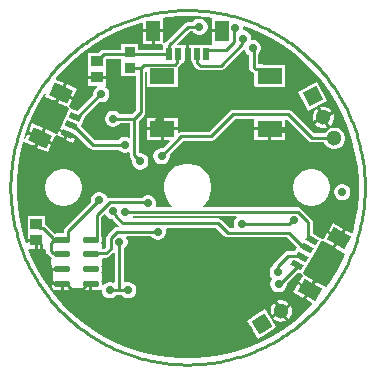
<source format=gtl>
G04*
G04 #@! TF.GenerationSoftware,Altium Limited,Altium Designer,22.0.2 (36)*
G04*
G04 Layer_Physical_Order=1*
G04 Layer_Color=255*
%FSLAX25Y25*%
%MOIN*%
G70*
G04*
G04 #@! TF.SameCoordinates,88A3576D-DDBD-4DCA-BD86-A28AD9FD0996*
G04*
G04*
G04 #@! TF.FilePolarity,Positive*
G04*
G01*
G75*
%ADD13C,0.01000*%
G04:AMPARAMS|DCode=28|XSize=51.58mil|YSize=20.87mil|CornerRadius=5.22mil|HoleSize=0mil|Usage=FLASHONLY|Rotation=0.000|XOffset=0mil|YOffset=0mil|HoleType=Round|Shape=RoundedRectangle|*
%AMROUNDEDRECTD28*
21,1,0.05158,0.01043,0,0,0.0*
21,1,0.04114,0.02087,0,0,0.0*
1,1,0.01043,0.02057,-0.00522*
1,1,0.01043,-0.02057,-0.00522*
1,1,0.01043,-0.02057,0.00522*
1,1,0.01043,0.02057,0.00522*
%
%ADD28ROUNDEDRECTD28*%
%ADD29R,0.03937X0.03543*%
G04:AMPARAMS|DCode=30|XSize=47.24mil|YSize=66.93mil|CornerRadius=0mil|HoleSize=0mil|Usage=FLASHONLY|Rotation=65.000|XOffset=0mil|YOffset=0mil|HoleType=Round|Shape=Rectangle|*
%AMROTATEDRECTD30*
4,1,4,0.02035,-0.03555,-0.04031,-0.00727,-0.02035,0.03555,0.04031,0.00727,0.02035,-0.03555,0.0*
%
%ADD30ROTATEDRECTD30*%

G04:AMPARAMS|DCode=31|XSize=19.68mil|YSize=39.37mil|CornerRadius=0mil|HoleSize=0mil|Usage=FLASHONLY|Rotation=245.000|XOffset=0mil|YOffset=0mil|HoleType=Round|Shape=Rectangle|*
%AMROTATEDRECTD31*
4,1,4,-0.01368,0.01724,0.02200,0.00060,0.01368,-0.01724,-0.02200,-0.00060,-0.01368,0.01724,0.0*
%
%ADD31ROTATEDRECTD31*%

G04:AMPARAMS|DCode=32|XSize=19.68mil|YSize=39.37mil|CornerRadius=0mil|HoleSize=0mil|Usage=FLASHONLY|Rotation=60.000|XOffset=0mil|YOffset=0mil|HoleType=Round|Shape=Rectangle|*
%AMROTATEDRECTD32*
4,1,4,0.01213,-0.01837,-0.02197,0.00132,-0.01213,0.01837,0.02197,-0.00132,0.01213,-0.01837,0.0*
%
%ADD32ROTATEDRECTD32*%

G04:AMPARAMS|DCode=33|XSize=47.24mil|YSize=66.93mil|CornerRadius=0mil|HoleSize=0mil|Usage=FLASHONLY|Rotation=60.000|XOffset=0mil|YOffset=0mil|HoleType=Round|Shape=Rectangle|*
%AMROTATEDRECTD33*
4,1,4,0.01717,-0.03719,-0.04079,-0.00373,-0.01717,0.03719,0.04079,0.00373,0.01717,-0.03719,0.0*
%
%ADD33ROTATEDRECTD33*%

%ADD34R,0.01968X0.03937*%
%ADD35R,0.04724X0.06693*%
%ADD36R,0.08268X0.05512*%
%ADD37R,0.03740X0.03347*%
%ADD38C,0.05118*%
%ADD39P,0.07238X4X78.0*%
%ADD40P,0.07238X4X342.0*%
%ADD41C,0.02756*%
G36*
X6705Y56648D02*
X8055Y56435D01*
Y52665D01*
X11417D01*
Y51665D01*
X8055D01*
Y47819D01*
X7693Y47486D01*
X6783D01*
X6636Y47457D01*
X4315D01*
Y47457D01*
X1984D01*
Y47457D01*
X500D01*
Y44488D01*
Y41520D01*
X1165D01*
Y41520D01*
X1764D01*
X1863Y41020D01*
X2195Y40524D01*
X3249Y39470D01*
X3745Y39138D01*
X4331Y39022D01*
X11024D01*
X11609Y39138D01*
X12105Y39470D01*
X18496Y45860D01*
X19053Y45711D01*
X19133Y45413D01*
X19489Y44796D01*
X19993Y44292D01*
X20460Y44023D01*
Y40046D01*
X20576Y39461D01*
X20908Y38965D01*
X21494Y38379D01*
X21990Y38048D01*
X22228Y38000D01*
Y33449D01*
X32496D01*
Y40961D01*
X25254D01*
X25106Y40990D01*
X23519D01*
Y44497D01*
X23818Y44796D01*
X24174Y45413D01*
X24358Y46101D01*
Y46813D01*
X24174Y47501D01*
X23818Y48117D01*
X23314Y48621D01*
X22697Y48977D01*
X22010Y49161D01*
X21686D01*
X21283Y49236D01*
X21209Y49639D01*
Y49962D01*
X21024Y50650D01*
X20668Y51267D01*
X20165Y51771D01*
X19548Y52127D01*
X18860Y52311D01*
X18742D01*
X18438Y52708D01*
X18461Y52794D01*
Y53409D01*
X18833Y53814D01*
X19744Y53518D01*
X23882Y51804D01*
X27873Y49771D01*
X31692Y47430D01*
X35315Y44798D01*
X38721Y41889D01*
X41889Y38721D01*
X44798Y35315D01*
X47430Y31692D01*
X49771Y27873D01*
X51804Y23882D01*
X53518Y19744D01*
X54902Y15484D01*
X55948Y11129D01*
X56648Y6705D01*
X57000Y2240D01*
Y-2240D01*
X56648Y-6705D01*
X55948Y-11129D01*
X54991Y-15114D01*
X54418Y-15361D01*
X52660Y-14346D01*
X50979Y-17258D01*
X49298Y-20170D01*
X52561Y-22054D01*
X51804Y-23882D01*
X49771Y-27873D01*
X47430Y-31692D01*
X46484Y-32995D01*
X46149Y-33317D01*
X46149Y-33317D01*
X46149D01*
X42818Y-31394D01*
X41137Y-34306D01*
X39456Y-37218D01*
X41503Y-38400D01*
X41586Y-39024D01*
X38721Y-41889D01*
X35315Y-44798D01*
X31692Y-47430D01*
X27873Y-49771D01*
X23882Y-51804D01*
X19744Y-53518D01*
X15484Y-54902D01*
X11129Y-55948D01*
X6705Y-56648D01*
X2240Y-57000D01*
X0Y-57000D01*
X-2240D01*
X-6705Y-56648D01*
X-11129Y-55948D01*
X-15484Y-54902D01*
X-19744Y-53518D01*
X-23882Y-51804D01*
X-27873Y-49771D01*
X-31692Y-47430D01*
X-35315Y-44798D01*
X-38721Y-41889D01*
X-41889Y-38721D01*
X-44798Y-35315D01*
X-47430Y-31692D01*
X-49771Y-27873D01*
X-51804Y-23882D01*
X-53078Y-20806D01*
X-52801Y-20390D01*
X-50894D01*
Y-18118D01*
X-53362D01*
Y-18606D01*
X-53862Y-18685D01*
X-54902Y-15484D01*
X-55948Y-11129D01*
X-56648Y-6705D01*
X-57000Y-2240D01*
Y2240D01*
X-56648Y6705D01*
X-55948Y11129D01*
X-54991Y15112D01*
X-54442Y15261D01*
X-51059Y13683D01*
X-49849Y16277D01*
X-53335Y17903D01*
X-54178Y16096D01*
X-54644Y16280D01*
X-53518Y19744D01*
X-51804Y23882D01*
X-49771Y27873D01*
X-47541Y31511D01*
X-47100Y31274D01*
X-47557Y30295D01*
X-44071Y28669D01*
X-42650Y31716D01*
X-41229Y34764D01*
X-43744Y35936D01*
X-43850Y36425D01*
X-41889Y38721D01*
X-38721Y41889D01*
X-35315Y44798D01*
X-31692Y47430D01*
X-27873Y49771D01*
X-23882Y51804D01*
X-19744Y53518D01*
X-15484Y54902D01*
X-15172Y54977D01*
X-14780Y54668D01*
Y52665D01*
X-11417D01*
X-8055D01*
Y56435D01*
X-6705Y56648D01*
X-2240Y57000D01*
X2240D01*
X6705Y56648D01*
D02*
G37*
%LPC*%
G36*
X4293Y56248D02*
X3581D01*
X2893Y56064D01*
X2276Y55708D01*
X1773Y55204D01*
X1697Y55073D01*
X0D01*
X-585Y54956D01*
X-1081Y54625D01*
X-7254Y48452D01*
X-7293Y48394D01*
X-7972Y48272D01*
X-8055Y48331D01*
Y51665D01*
X-10917D01*
Y47819D01*
X-8616D01*
X-8283Y47457D01*
X-8283Y47414D01*
Y45919D01*
X-16421D01*
Y47752D01*
X-22161D01*
Y45919D01*
X-27953D01*
X-28538Y45803D01*
X-29034Y45471D01*
X-29706Y44799D01*
X-33283D01*
Y39256D01*
Y37213D01*
X-27347D01*
Y39256D01*
Y42833D01*
X-27319Y42860D01*
X-22161D01*
Y37287D01*
X-17179D01*
Y25651D01*
X-18370Y24460D01*
X-22618D01*
X-22639Y24495D01*
X-23142Y24999D01*
X-23759Y25355D01*
X-24447Y25539D01*
X-25159D01*
X-25847Y25355D01*
X-26464Y24999D01*
X-26967Y24495D01*
X-27324Y23879D01*
X-27508Y23191D01*
Y22479D01*
X-27324Y21791D01*
X-26967Y21174D01*
X-26464Y20670D01*
X-25847Y20314D01*
X-25159Y20130D01*
X-24447D01*
X-23759Y20314D01*
X-23142Y20670D01*
X-22639Y21174D01*
X-22508Y21401D01*
X-19266D01*
Y16865D01*
X-19699Y16615D01*
X-19805Y16677D01*
X-20493Y16861D01*
X-21205D01*
X-21893Y16677D01*
X-22510Y16321D01*
X-23014Y15817D01*
X-23089Y15686D01*
X-31012D01*
X-35428Y20101D01*
X-35550Y20569D01*
X-33878Y24154D01*
X-29521Y28511D01*
X-29096Y28398D01*
X-28384D01*
X-27696Y28582D01*
X-27079Y28938D01*
X-26576Y29442D01*
X-26220Y30058D01*
X-26035Y30746D01*
Y31458D01*
X-26220Y32146D01*
X-26576Y32763D01*
X-27079Y33267D01*
X-27381Y33441D01*
X-27346Y33941D01*
X-27347D01*
Y36213D01*
X-33283D01*
Y33941D01*
X-30233D01*
X-30099Y33441D01*
X-30401Y33267D01*
X-30904Y32763D01*
X-31261Y32146D01*
X-31445Y31458D01*
Y30913D01*
X-36818Y25539D01*
X-39129Y26617D01*
X-39441Y27130D01*
X-38469Y29215D01*
X-41955Y30841D01*
X-43164Y28247D01*
X-39717Y26639D01*
X-39678Y26621D01*
X-39490Y26166D01*
X-40584Y23820D01*
X-40584Y23820D01*
X-42262Y20224D01*
X-42262D01*
X-42543Y19621D01*
X-39852Y18366D01*
X-36986Y17030D01*
X-36727Y17075D01*
X-32727Y13075D01*
X-32231Y12743D01*
X-31645Y12627D01*
X-23089D01*
X-23014Y12496D01*
X-22510Y11992D01*
X-21893Y11636D01*
X-21205Y11452D01*
X-20493D01*
X-19805Y11636D01*
X-19699Y11697D01*
X-19266Y11447D01*
Y10650D01*
X-19149Y10064D01*
X-18818Y9568D01*
X-18414Y9164D01*
X-18453Y9018D01*
Y8305D01*
X-18268Y7617D01*
X-17912Y7001D01*
X-17409Y6497D01*
X-16792Y6141D01*
X-16104Y5957D01*
X-15392D01*
X-14704Y6141D01*
X-14087Y6497D01*
X-13584Y7001D01*
X-13228Y7617D01*
X-13043Y8305D01*
Y9018D01*
X-13228Y9705D01*
X-13584Y10322D01*
X-14087Y10826D01*
X-14704Y11182D01*
X-15392Y11366D01*
X-16104D01*
X-16207Y11445D01*
Y22297D01*
X-14568Y23936D01*
X-14237Y24432D01*
X-14120Y25017D01*
Y38841D01*
X-14098Y38858D01*
X-13598Y38616D01*
Y33449D01*
X-3331D01*
Y39814D01*
X-3233Y39879D01*
X-2424Y40689D01*
X-2093Y41185D01*
X-2026Y41520D01*
X-1165D01*
Y41520D01*
X-500D01*
Y44488D01*
Y47457D01*
X-1984D01*
Y47457D01*
X-3271D01*
X-3462Y47919D01*
X634Y52014D01*
X1697D01*
X1773Y51883D01*
X2276Y51379D01*
X2893Y51023D01*
X3581Y50839D01*
X4293D01*
X4981Y51023D01*
X5598Y51379D01*
X6101Y51883D01*
X6457Y52499D01*
X6642Y53187D01*
Y53899D01*
X6457Y54587D01*
X6101Y55204D01*
X5598Y55708D01*
X4981Y56064D01*
X4293Y56248D01*
D02*
G37*
G36*
X-11917Y51665D02*
X-14780D01*
Y47819D01*
X-11917D01*
Y51665D01*
D02*
G37*
G36*
X-40322Y34341D02*
X-41532Y31747D01*
X-38046Y30121D01*
X-36836Y32715D01*
X-40322Y34341D01*
D02*
G37*
G36*
X43256Y35157D02*
X40553Y33780D01*
X40315Y33716D01*
X39496Y33244D01*
X39492Y33239D01*
X36914Y31926D01*
X38291Y29223D01*
X38355Y28984D01*
X38828Y28166D01*
X38832Y28161D01*
X40145Y25583D01*
X42848Y26961D01*
X43087Y27024D01*
X43905Y27497D01*
X43910Y27501D01*
X46488Y28815D01*
X45110Y31518D01*
X45047Y31756D01*
X44574Y32575D01*
X44570Y32579D01*
X43256Y35157D01*
D02*
G37*
G36*
X44994Y26933D02*
X44109Y26745D01*
X45494Y24027D01*
X48212Y25412D01*
X47607Y26084D01*
X46821Y26595D01*
X45930Y26884D01*
X44994Y26933D01*
D02*
G37*
G36*
X43218Y26291D02*
X42546Y25686D01*
X42035Y24900D01*
X41746Y24009D01*
X41697Y23073D01*
X41885Y22188D01*
X44603Y23573D01*
X43218Y26291D01*
D02*
G37*
G36*
X48666Y24521D02*
X45948Y23136D01*
X47333Y20418D01*
X48005Y21023D01*
X48516Y21809D01*
X48805Y22700D01*
X48854Y23636D01*
X48666Y24521D01*
D02*
G37*
G36*
X-3331Y23244D02*
X-7965D01*
Y19988D01*
X-3331D01*
Y23244D01*
D02*
G37*
G36*
X-8965D02*
X-13598D01*
Y19988D01*
X-8965D01*
Y23244D01*
D02*
G37*
G36*
X45057Y22682D02*
X42339Y21297D01*
X42944Y20625D01*
X43730Y20114D01*
X44621Y19825D01*
X45557Y19776D01*
X46442Y19964D01*
X45057Y22682D01*
D02*
G37*
G36*
X-51703Y21403D02*
X-52912Y18809D01*
X-49426Y17183D01*
X-48217Y19778D01*
X-51703Y21403D01*
D02*
G37*
G36*
X-47311Y19355D02*
X-48520Y16761D01*
X-45034Y15135D01*
X-44061Y17221D01*
X-43593Y17369D01*
X-43468Y17311D01*
X-41355Y16326D01*
X-40728Y17671D01*
X-42965Y18714D01*
X-43356Y17878D01*
X-43949Y17787D01*
X-47311Y19355D01*
D02*
G37*
G36*
X32496Y18988D02*
X27862D01*
Y15732D01*
X32496D01*
Y18988D01*
D02*
G37*
G36*
X26862D02*
X22228D01*
Y15732D01*
X26862D01*
Y18988D01*
D02*
G37*
G36*
X-8965D02*
X-13598D01*
Y15732D01*
X-8965D01*
Y18988D01*
D02*
G37*
G36*
X-39822Y17248D02*
X-40449Y15903D01*
X-38212Y14860D01*
X-37585Y16205D01*
X-39822Y17248D01*
D02*
G37*
G36*
X33465Y25939D02*
X15094D01*
X14508Y25822D01*
X14012Y25491D01*
X7024Y18503D01*
X-2058D01*
X-2643Y18386D01*
X-2831Y18261D01*
X-3331Y18528D01*
Y18988D01*
X-7965D01*
Y15732D01*
X-6115D01*
X-5923Y15270D01*
X-8162Y13032D01*
X-8309Y13071D01*
X-9021D01*
X-9708Y12887D01*
X-10325Y12530D01*
X-10829Y12027D01*
X-11185Y11410D01*
X-11369Y10722D01*
Y10010D01*
X-11185Y9322D01*
X-10829Y8705D01*
X-10325Y8202D01*
X-9708Y7846D01*
X-9021Y7661D01*
X-8309D01*
X-7621Y7846D01*
X-7004Y8202D01*
X-6500Y8705D01*
X-6144Y9322D01*
X-5960Y10010D01*
Y10722D01*
X-5999Y10869D01*
X-1424Y15444D01*
X7657D01*
X8243Y15560D01*
X8739Y15892D01*
X15727Y22880D01*
X22228D01*
Y19988D01*
X27362D01*
X32496D01*
Y22508D01*
X32996Y22715D01*
X40257Y15454D01*
X40753Y15123D01*
X41339Y15006D01*
X45490D01*
X45505Y14953D01*
X45977Y14134D01*
X46646Y13466D01*
X47464Y12993D01*
X48378Y12748D01*
X49323D01*
X50236Y12993D01*
X51055Y13466D01*
X51723Y14134D01*
X52196Y14953D01*
X52441Y15866D01*
Y16811D01*
X52196Y17725D01*
X51723Y18543D01*
X51055Y19212D01*
X50236Y19685D01*
X49323Y19929D01*
X48378D01*
X47464Y19685D01*
X46646Y19212D01*
X45977Y18543D01*
X45701Y18065D01*
X41972D01*
X34546Y25491D01*
X34050Y25822D01*
X33465Y25939D01*
D02*
G37*
G36*
X-48943Y15855D02*
X-50152Y13261D01*
X-46666Y11635D01*
X-45457Y14229D01*
X-48943Y15855D01*
D02*
G37*
G36*
X51931Y1130D02*
X51219D01*
X50531Y946D01*
X49914Y589D01*
X49411Y86D01*
X49054Y-531D01*
X48870Y-1219D01*
Y-1931D01*
X49054Y-2619D01*
X49411Y-3235D01*
X49914Y-3739D01*
X50531Y-4095D01*
X51219Y-4279D01*
X51931D01*
X52619Y-4095D01*
X53236Y-3739D01*
X53739Y-3235D01*
X54095Y-2619D01*
X54280Y-1931D01*
Y-1219D01*
X54095Y-531D01*
X53739Y86D01*
X53236Y589D01*
X52619Y946D01*
X51931Y1130D01*
D02*
G37*
G36*
X41944Y6150D02*
X40733D01*
X39545Y5913D01*
X38426Y5450D01*
X37418Y4777D01*
X36562Y3920D01*
X35889Y2913D01*
X35425Y1794D01*
X35189Y606D01*
Y-606D01*
X35425Y-1794D01*
X35889Y-2913D01*
X36562Y-3920D01*
X37418Y-4777D01*
X38426Y-5450D01*
X39545Y-5913D01*
X40733Y-6150D01*
X41944D01*
X43132Y-5913D01*
X44251Y-5450D01*
X45259Y-4777D01*
X46115Y-3920D01*
X46788Y-2913D01*
X47252Y-1794D01*
X47488Y-606D01*
Y606D01*
X47252Y1794D01*
X46788Y2913D01*
X46115Y3920D01*
X45259Y4777D01*
X44251Y5450D01*
X43132Y5913D01*
X41944Y6150D01*
D02*
G37*
G36*
X-40733D02*
X-41944D01*
X-43132Y5913D01*
X-44251Y5450D01*
X-45259Y4777D01*
X-46115Y3920D01*
X-46788Y2913D01*
X-47252Y1794D01*
X-47488Y606D01*
Y-606D01*
X-47252Y-1794D01*
X-46788Y-2913D01*
X-46115Y-3920D01*
X-45259Y-4777D01*
X-44251Y-5450D01*
X-43132Y-5913D01*
X-41944Y-6150D01*
X-40733D01*
X-39545Y-5913D01*
X-38426Y-5450D01*
X-37418Y-4777D01*
X-36562Y-3920D01*
X-35889Y-2913D01*
X-35425Y-1794D01*
X-35189Y-606D01*
Y606D01*
X-35425Y1794D01*
X-35889Y2913D01*
X-36562Y3920D01*
X-37418Y4777D01*
X-38426Y5450D01*
X-39545Y5913D01*
X-40733Y6150D01*
D02*
G37*
G36*
X780Y7921D02*
X-780D01*
X-2310Y7617D01*
X-3752Y7020D01*
X-5049Y6153D01*
X-6153Y5049D01*
X-7020Y3752D01*
X-7617Y2310D01*
X-7921Y780D01*
Y-780D01*
X-7617Y-2310D01*
X-7020Y-3752D01*
X-6153Y-5049D01*
X-5086Y-6116D01*
X-5111Y-6355D01*
X-5190Y-6616D01*
X-10395D01*
X-10691Y-6116D01*
X-10559Y-5624D01*
Y-4912D01*
X-10743Y-4224D01*
X-11100Y-3607D01*
X-11603Y-3103D01*
X-12220Y-2747D01*
X-12908Y-2563D01*
X-13620D01*
X-14308Y-2747D01*
X-14924Y-3103D01*
X-15288Y-3467D01*
X-25995D01*
X-26581Y-3583D01*
X-26875Y-3472D01*
X-27015Y-3272D01*
X-27363Y-2670D01*
X-27867Y-2166D01*
X-28484Y-1810D01*
X-29171Y-1626D01*
X-29884D01*
X-30571Y-1810D01*
X-31188Y-2166D01*
X-31692Y-2670D01*
X-32048Y-3287D01*
X-32232Y-3975D01*
Y-4687D01*
X-32193Y-4833D01*
X-40854Y-13494D01*
X-41186Y-13991D01*
X-41302Y-14576D01*
Y-15348D01*
X-43789D01*
X-44215Y-15433D01*
X-47155Y-12493D01*
X-47425Y-12313D01*
Y-9532D01*
X-53362D01*
Y-15075D01*
Y-17118D01*
X-50394D01*
Y-17618D01*
X-49894D01*
Y-20390D01*
X-47425D01*
X-47210Y-20800D01*
Y-21152D01*
X-47093Y-21737D01*
X-46762Y-22233D01*
X-46007Y-22987D01*
X-45511Y-23319D01*
X-45340Y-23675D01*
X-45418Y-24065D01*
Y-25542D01*
X-45340Y-25932D01*
X-45209Y-26129D01*
X-45223Y-26148D01*
X-45341Y-26742D01*
Y-26764D01*
X-41732D01*
Y-27764D01*
X-45341D01*
Y-27785D01*
X-45223Y-28379D01*
X-45210Y-28399D01*
X-45342Y-28596D01*
X-45419Y-28986D01*
Y-30470D01*
X-45342Y-30860D01*
X-45212Y-31054D01*
X-45223Y-31070D01*
X-45341Y-31663D01*
Y-31685D01*
X-41732D01*
Y-32185D01*
X-41232D01*
Y-34258D01*
X-39675D01*
X-39081Y-34140D01*
X-38578Y-33804D01*
X-38335Y-33440D01*
X-35680D01*
X-35438Y-33804D01*
X-34934Y-34140D01*
X-34341Y-34258D01*
X-32783D01*
Y-32185D01*
X-31784D01*
Y-34258D01*
X-30226D01*
X-29633Y-34140D01*
X-29164Y-33827D01*
X-29136Y-33831D01*
X-28997Y-33876D01*
X-28689Y-34045D01*
Y-34608D01*
X-28505Y-35296D01*
X-28149Y-35913D01*
X-27645Y-36416D01*
X-27028Y-36772D01*
X-26340Y-36957D01*
X-25628D01*
X-24940Y-36772D01*
X-24324Y-36416D01*
X-23820Y-35913D01*
X-23744Y-35781D01*
X-22098D01*
X-22023Y-35913D01*
X-21519Y-36416D01*
X-20902Y-36772D01*
X-20214Y-36957D01*
X-19502D01*
X-18814Y-36772D01*
X-18198Y-36416D01*
X-17694Y-35913D01*
X-17338Y-35296D01*
X-17154Y-34608D01*
Y-33896D01*
X-17338Y-33208D01*
X-17694Y-32591D01*
X-18198Y-32088D01*
X-18814Y-31732D01*
X-19502Y-31547D01*
X-20214D01*
X-20707Y-31679D01*
X-21207Y-31383D01*
Y-20350D01*
X-21076Y-20275D01*
X-20572Y-19771D01*
X-20216Y-19154D01*
X-20031Y-18466D01*
Y-17754D01*
X-20216Y-17066D01*
X-20367Y-16804D01*
X-20078Y-16304D01*
X-12135D01*
X-12060Y-16435D01*
X-11556Y-16939D01*
X-10939Y-17295D01*
X-10251Y-17480D01*
X-9539D01*
X-8851Y-17295D01*
X-8235Y-16939D01*
X-7731Y-16435D01*
X-7375Y-15819D01*
X-7191Y-15131D01*
Y-14419D01*
X-7323Y-13926D01*
X-7026Y-13426D01*
X9526D01*
X12264Y-16164D01*
X12760Y-16496D01*
X13346Y-16612D01*
X33137D01*
X36526Y-20001D01*
X36201Y-20564D01*
X36201Y-20564D01*
X35840Y-21189D01*
X33581D01*
X32996Y-21305D01*
X32500Y-21637D01*
X28947Y-25189D01*
X28616Y-25685D01*
X28536Y-26085D01*
X28368Y-26182D01*
X27864Y-26686D01*
X27508Y-27303D01*
X27324Y-27990D01*
Y-28703D01*
X27508Y-29390D01*
X27864Y-30007D01*
X28315Y-30458D01*
X28151Y-30623D01*
X27795Y-31240D01*
X27610Y-31927D01*
Y-32640D01*
X27795Y-33327D01*
X28151Y-33944D01*
X28654Y-34448D01*
X29271Y-34804D01*
X29959Y-34988D01*
X30671D01*
X31359Y-34804D01*
X31976Y-34448D01*
X32479Y-33944D01*
X32835Y-33327D01*
X33020Y-32640D01*
Y-32130D01*
X36905Y-28244D01*
X38155Y-28966D01*
X38193Y-28987D01*
X38340Y-29457D01*
X37190Y-31449D01*
X40521Y-33373D01*
X41952Y-30894D01*
X38740Y-29040D01*
X38473Y-28501D01*
X40177Y-25551D01*
X40177Y-25551D01*
X41752Y-22823D01*
X41752Y-22823D01*
X42667Y-21238D01*
X42917Y-20804D01*
X43167Y-20371D01*
X44621Y-17853D01*
X45101Y-17747D01*
X45138Y-17768D01*
X48432Y-19670D01*
X49863Y-17191D01*
X46532Y-15268D01*
X45382Y-17261D01*
X44782Y-17299D01*
X41709Y-15525D01*
Y-11533D01*
X41593Y-10948D01*
X41261Y-10452D01*
X37874Y-7064D01*
X37378Y-6733D01*
X36792Y-6616D01*
X5190D01*
X5111Y-6355D01*
X5086Y-6116D01*
X6153Y-5049D01*
X7020Y-3752D01*
X7617Y-2310D01*
X7921Y-780D01*
Y780D01*
X7617Y2310D01*
X7020Y3752D01*
X6153Y5049D01*
X5049Y6153D01*
X3752Y7020D01*
X2310Y7617D01*
X780Y7921D01*
D02*
G37*
G36*
X48463Y-11923D02*
X47032Y-14402D01*
X50363Y-16325D01*
X51794Y-13846D01*
X48463Y-11923D01*
D02*
G37*
G36*
X-42232Y-32685D02*
X-45341D01*
Y-32707D01*
X-45223Y-33300D01*
X-44886Y-33804D01*
X-44383Y-34140D01*
X-43789Y-34258D01*
X-42232D01*
Y-32685D01*
D02*
G37*
G36*
X36690Y-32315D02*
X35258Y-34794D01*
X38590Y-36718D01*
X40021Y-34239D01*
X36690Y-32315D01*
D02*
G37*
G36*
X31536Y-37584D02*
X30600Y-37633D01*
X29740Y-37913D01*
X31402Y-40471D01*
X33960Y-38810D01*
X33288Y-38204D01*
X32453Y-37779D01*
X31536Y-37584D01*
D02*
G37*
G36*
X28901Y-38457D02*
X28296Y-39130D01*
X27871Y-39965D01*
X27676Y-40881D01*
X27725Y-41817D01*
X28005Y-42677D01*
X30563Y-41016D01*
X28901Y-38457D01*
D02*
G37*
G36*
X34505Y-39648D02*
X31946Y-41310D01*
X33608Y-43868D01*
X34213Y-43196D01*
X34639Y-42361D01*
X34833Y-41445D01*
X34784Y-40509D01*
X34505Y-39648D01*
D02*
G37*
G36*
X31108Y-41855D02*
X28549Y-43516D01*
X29221Y-44121D01*
X30056Y-44547D01*
X30973Y-44741D01*
X31909Y-44693D01*
X32769Y-44413D01*
X31108Y-41855D01*
D02*
G37*
G36*
X25697Y-40528D02*
X23271Y-42104D01*
X23265Y-42105D01*
X22446Y-42578D01*
X22272Y-42753D01*
X19728Y-44405D01*
X21304Y-46832D01*
X21305Y-46837D01*
X21778Y-47656D01*
X21952Y-47831D01*
X23604Y-50375D01*
X26031Y-48799D01*
X26037Y-48797D01*
X26855Y-48324D01*
X27030Y-48150D01*
X29574Y-46498D01*
X27998Y-44071D01*
X27997Y-44065D01*
X27524Y-43247D01*
X27349Y-43072D01*
X25697Y-40528D01*
D02*
G37*
%LPD*%
G36*
X16315Y-10175D02*
X15946Y-10544D01*
X15590Y-11161D01*
X15405Y-11849D01*
Y-12561D01*
X15538Y-13053D01*
X15241Y-13553D01*
X13979D01*
X11241Y-10815D01*
X10745Y-10484D01*
X10160Y-10367D01*
X-18105D01*
X-18363Y-9867D01*
X-18227Y-9675D01*
X16124D01*
X16315Y-10175D01*
D02*
G37*
G36*
X-27222Y-9093D02*
X-26967Y-9535D01*
X-26464Y-10038D01*
X-25847Y-10394D01*
X-25159Y-10579D01*
X-24975D01*
X-24825Y-10802D01*
X-22882Y-12745D01*
X-23089Y-13245D01*
X-23471D01*
X-24056Y-13362D01*
X-24552Y-13693D01*
X-26696Y-15837D01*
X-27027Y-16333D01*
X-27144Y-16918D01*
Y-19762D01*
X-27758Y-20376D01*
X-28606D01*
Y-19144D01*
X-28684Y-18754D01*
X-28811Y-18564D01*
X-28793Y-18537D01*
X-28675Y-17943D01*
Y-16900D01*
X-28786Y-16343D01*
Y-9949D01*
X-27785Y-8949D01*
X-27222Y-9093D01*
D02*
G37*
G36*
X-24266Y-21917D02*
Y-31544D01*
X-24766Y-31832D01*
X-24940Y-31732D01*
X-25628Y-31547D01*
X-26340D01*
X-27028Y-31732D01*
X-27645Y-32088D01*
X-28149Y-32591D01*
X-28175Y-32637D01*
X-28675Y-32503D01*
Y-31663D01*
X-28793Y-31070D01*
X-28808Y-31047D01*
X-28684Y-30860D01*
X-28606Y-30470D01*
Y-28986D01*
X-28684Y-28596D01*
X-28811Y-28406D01*
X-28793Y-28379D01*
X-28675Y-27785D01*
Y-26742D01*
X-28793Y-26148D01*
X-28811Y-26122D01*
X-28684Y-25932D01*
X-28606Y-25542D01*
Y-24065D01*
X-28632Y-23935D01*
X-28306Y-23461D01*
X-28261Y-23435D01*
X-27124D01*
X-26539Y-23319D01*
X-26043Y-22987D01*
X-24766Y-21710D01*
X-24266Y-21917D01*
D02*
G37*
D13*
X-31645Y14156D02*
X-20849D01*
X-38257Y20767D02*
X-31645Y14156D01*
X-38733Y20767D02*
X-38257D01*
X-29093Y31102D02*
X-28740D01*
X-36573Y23622D02*
X-29093Y31102D01*
X-37402Y23622D02*
X-36573D01*
X-49122Y-13575D02*
X-48236D01*
X-44926Y-17856D02*
Y-16885D01*
X-50394Y-12303D02*
X-49122Y-13575D01*
X-48236D02*
X-44926Y-16885D01*
X-48925Y-24003D02*
X-45665Y-27264D01*
X-41732D01*
X-48925Y-24003D02*
Y-18890D01*
X-45687Y-31003D02*
Y-27286D01*
X-45665Y-27264D01*
X-40314Y-32185D02*
X-39773Y-32727D01*
Y-32954D02*
X-39018Y-33708D01*
X-34975D01*
X-34220Y-32727D02*
X-33679Y-32185D01*
X-32283D01*
X-41732D02*
X-40314D01*
X-39773Y-32954D02*
Y-32727D01*
X-34975Y-33708D02*
X-34220Y-32954D01*
Y-32727D01*
X-44933Y-31758D02*
X-42160D01*
X-45687Y-31003D02*
X-44933Y-31758D01*
X-42160D02*
X-41732Y-32185D01*
X-50197Y-17618D02*
X-48925Y-18890D01*
X-50394Y-17618D02*
X-50197D01*
X-45680Y-21152D02*
X-44926Y-21906D01*
Y-17856D02*
X-42167D01*
X-41732Y-17421D01*
X-42169Y-21906D02*
X-41732Y-22343D01*
X-44926Y-21906D02*
X-42169D01*
X-45680Y-21152D02*
Y-18610D01*
X-44926Y-17856D01*
X-39773Y-14576D02*
X-29528Y-4331D01*
X-39773Y-16880D02*
Y-14576D01*
X-40314Y-17421D02*
X-39773Y-16880D01*
X-41732Y-17421D02*
X-40314D01*
X-29528Y-4331D02*
Y-4331D01*
X-32283Y-22343D02*
X-31496D01*
X-23471Y-14775D02*
X-9895D01*
X-25614Y-16918D02*
X-23471Y-14775D01*
X-25614Y-20396D02*
Y-16918D01*
X-27124Y-21906D02*
X-25614Y-20396D01*
X-29878Y-21906D02*
X-27124D01*
X-30315Y-22343D02*
X-29878Y-21906D01*
X-31496Y-22343D02*
X-30315D01*
X-32283Y-17421D02*
X-31496D01*
X-13535Y-4996D02*
X-13264Y-5268D01*
X-25995Y-4996D02*
X-13535D01*
X-30315Y-9316D02*
X-25995Y-4996D01*
X-30315Y-17421D02*
Y-9316D01*
X-31496Y-17421D02*
X-30315D01*
X-24803Y-8349D02*
Y-7874D01*
X-23744Y-9720D02*
X-21568Y-11897D01*
X-23744Y-9720D02*
Y-9408D01*
X-24803Y-8349D02*
X-23744Y-9408D01*
X30315Y-32283D02*
X30703D01*
X37009Y-25977D01*
X33581Y-22718D02*
X37850D01*
X30029Y-26271D02*
X33581Y-22718D01*
X37850D02*
X38189Y-23057D01*
X30029Y-28346D02*
Y-26271D01*
X-20744Y-8146D02*
X36792D01*
X40180Y-11533D01*
Y-16848D02*
Y-11533D01*
Y-16848D02*
X40549Y-17217D01*
X-20866Y-8268D02*
X-20744Y-8146D01*
X13346Y-15083D02*
X33771D01*
X38825Y-20137D01*
X39369D01*
X10160Y-11897D02*
X13346Y-15083D01*
X-21568Y-11897D02*
X10160D01*
X41339Y16535D02*
X49213D01*
X33465Y24409D02*
X41339Y16535D01*
X15094Y24409D02*
X33465D01*
X7657Y16973D02*
X15094Y24409D01*
X-2058Y16973D02*
X7657D01*
X-8665Y10366D02*
X-2058Y16973D01*
X22575Y39461D02*
X25106D01*
X27362Y37205D01*
X21990Y40046D02*
X22575Y39461D01*
X21990Y40046D02*
Y46121D01*
X21654Y46457D02*
X21990Y46121D01*
X27953Y18898D02*
X33858D01*
X27362Y19488D02*
X27953Y18898D01*
X-14650Y40961D02*
X-4315D01*
X-15650Y39961D02*
X-14650Y40961D01*
X-3506Y44132D02*
X-3150Y44488D01*
X-4315Y40961D02*
X-3506Y41770D01*
Y44132D01*
X-15650Y25017D02*
Y39961D01*
X-17736Y22931D02*
X-15650Y25017D01*
X-19291Y39961D02*
X-15650D01*
X-19291Y44390D02*
Y45079D01*
X-27953Y44390D02*
X-19291D01*
X-15354D01*
X-13386D01*
X-30118Y42028D02*
X-28846Y43299D01*
Y43496D02*
X-27953Y44390D01*
X-30315Y42028D02*
X-30118D01*
X-28846Y43299D02*
Y43496D01*
X-6398Y44390D02*
X-6299Y44488D01*
X-13386Y44390D02*
X-6398D01*
X-17736Y10650D02*
X-15748Y8661D01*
X-17736Y10650D02*
Y22931D01*
X-24707D02*
X-17736D01*
X-24803Y22835D02*
X-24707Y22931D01*
X-22736Y-34067D02*
Y-18110D01*
X-22921Y-34252D02*
X-19858D01*
X-22921D02*
X-22736Y-34067D01*
X-25984Y-34252D02*
X-22921D01*
X15550Y48621D02*
Y52944D01*
X12886Y45957D02*
X15550Y48621D01*
Y52944D02*
X15756Y53150D01*
X6783Y45957D02*
X12886D01*
X11024Y40551D02*
X18168Y47695D01*
Y49270D02*
X18504Y49606D01*
X18168Y47695D02*
Y49270D01*
X3276Y41605D02*
Y44361D01*
X4331Y40551D02*
X11024D01*
X3150Y44488D02*
X3276Y44361D01*
Y41605D02*
X4331Y40551D01*
X6299Y45472D02*
X6783Y45957D01*
X6299Y44488D02*
Y45472D01*
X-6398Y44390D02*
X-6172Y44615D01*
Y47371D01*
X0Y53543D01*
X3937D01*
X33944Y-12205D02*
X35125Y-11024D01*
X35600D01*
X18110Y-12205D02*
X33944D01*
X59055Y0D02*
X59047Y1000D01*
X59021Y2000D01*
X58979Y2999D01*
X58920Y3997D01*
X58843Y4995D01*
X58750Y5991D01*
X58641Y6985D01*
X58514Y7977D01*
X58371Y8967D01*
X58210Y9954D01*
X58033Y10938D01*
X57840Y11919D01*
X57630Y12897D01*
X57403Y13871D01*
X57160Y14841D01*
X56900Y15807D01*
X56624Y16769D01*
X56332Y17725D01*
X56024Y18677D01*
X55700Y19623D01*
X55359Y20563D01*
X55003Y21498D01*
X54631Y22426D01*
X54244Y23348D01*
X53841Y24263D01*
X53422Y25172D01*
X52988Y26073D01*
X52539Y26966D01*
X52075Y27852D01*
X51595Y28730D01*
X51101Y29600D01*
X50593Y30461D01*
X50070Y31313D01*
X49532Y32157D01*
X48981Y32991D01*
X48415Y33816D01*
X47835Y34631D01*
X47242Y35436D01*
X46635Y36231D01*
X46015Y37015D01*
X45381Y37789D01*
X44735Y38552D01*
X44076Y39305D01*
X43404Y40045D01*
X42719Y40775D01*
X42023Y41492D01*
X41314Y42198D01*
X40593Y42892D01*
X39861Y43573D01*
X39118Y44242D01*
X38363Y44898D01*
X37597Y45541D01*
X36820Y46171D01*
X36033Y46788D01*
X35236Y47392D01*
X34428Y47982D01*
X33610Y48558D01*
X32783Y49120D01*
X31947Y49668D01*
X31101Y50202D01*
X30246Y50721D01*
X29383Y51226D01*
X28511Y51717D01*
X27631Y52192D01*
X26744Y52653D01*
X25848Y53098D01*
X24945Y53528D01*
X24035Y53943D01*
X23118Y54342D01*
X22195Y54726D01*
X21264Y55094D01*
X20328Y55446D01*
X19387Y55782D01*
X18439Y56103D01*
X17486Y56407D01*
X16529Y56695D01*
X15566Y56967D01*
X14599Y57222D01*
X13628Y57461D01*
X12653Y57684D01*
X11674Y57890D01*
X10692Y58079D01*
X9707Y58252D01*
X8719Y58408D01*
X7729Y58547D01*
X6736Y58670D01*
X5742Y58775D01*
X4746Y58864D01*
X3748Y58936D01*
X2749Y58991D01*
X1750Y59029D01*
X750Y59050D01*
X-250Y59055D01*
X-1250Y59042D01*
X-2250Y59012D01*
X-3249Y58966D01*
X-4247Y58902D01*
X-5244Y58822D01*
X-6239Y58725D01*
X-7233Y58610D01*
X-8224Y58480D01*
X-9214Y58332D01*
X-10200Y58167D01*
X-11184Y57986D01*
X-12164Y57789D01*
X-13141Y57574D01*
X-14114Y57344D01*
X-15083Y57096D01*
X-16048Y56833D01*
X-17008Y56553D01*
X-17964Y56257D01*
X-18914Y55944D01*
X-19858Y55616D01*
X-20797Y55272D01*
X-21731Y54912D01*
X-22657Y54536D01*
X-23578Y54144D01*
X-24491Y53737D01*
X-25398Y53315D01*
X-26297Y52877D01*
X-27189Y52424D01*
X-28073Y51956D01*
X-28948Y51473D01*
X-29816Y50976D01*
X-30675Y50463D01*
X-31525Y49937D01*
X-32366Y49396D01*
X-33198Y48840D01*
X-34021Y48271D01*
X-34833Y47688D01*
X-35636Y47091D01*
X-36428Y46481D01*
X-37210Y45858D01*
X-37981Y45221D01*
X-38742Y44571D01*
X-39491Y43909D01*
X-40229Y43234D01*
X-40955Y42546D01*
X-41670Y41846D01*
X-42373Y41135D01*
X-43063Y40411D01*
X-43741Y39676D01*
X-44407Y38930D01*
X-45060Y38172D01*
X-45700Y37404D01*
X-46327Y36624D01*
X-46940Y35835D01*
X-47541Y35034D01*
X-48127Y34224D01*
X-48700Y33404D01*
X-49258Y32575D01*
X-49803Y31736D01*
X-50333Y30888D01*
X-50849Y30031D01*
X-51350Y29166D01*
X-51837Y28292D01*
X-52309Y27410D01*
X-52765Y26520D01*
X-53207Y25623D01*
X-53633Y24718D01*
X-54044Y23806D01*
X-54440Y22888D01*
X-54819Y21962D01*
X-55183Y21031D01*
X-55532Y20093D01*
X-55864Y19150D01*
X-56180Y18201D01*
X-56480Y17247D01*
X-56764Y16288D01*
X-57032Y15325D01*
X-57284Y14357D01*
X-57518Y13384D01*
X-57737Y12408D01*
X-57939Y11429D01*
X-58124Y10446D01*
X-58293Y9460D01*
X-58444Y8472D01*
X-58579Y7481D01*
X-58698Y6488D01*
X-58799Y5493D01*
X-58884Y4496D01*
X-58951Y3498D01*
X-59002Y2499D01*
X-59036Y1500D01*
X-59053Y500D01*
X-59053Y-500D01*
X-59036Y-1500D01*
X-59002Y-2500D01*
X-58951Y-3499D01*
X-58884Y-4497D01*
X-58799Y-5493D01*
X-58698Y-6488D01*
X-58579Y-7481D01*
X-58444Y-8472D01*
X-58292Y-9461D01*
X-58124Y-10447D01*
X-57938Y-11429D01*
X-57737Y-12409D01*
X-57518Y-13385D01*
X-57283Y-14357D01*
X-57032Y-15325D01*
X-56764Y-16289D01*
X-56480Y-17248D01*
X-56180Y-18202D01*
X-55864Y-19151D01*
X-55532Y-20094D01*
X-55183Y-21031D01*
X-54819Y-21963D01*
X-54439Y-22888D01*
X-54044Y-23807D01*
X-53633Y-24719D01*
X-53207Y-25623D01*
X-52765Y-26521D01*
X-52308Y-27411D01*
X-51837Y-28292D01*
X-51350Y-29166D01*
X-50849Y-30032D01*
X-50333Y-30889D01*
X-49803Y-31736D01*
X-49258Y-32575D01*
X-48699Y-33405D01*
X-48127Y-34225D01*
X-47540Y-35035D01*
X-46940Y-35835D01*
X-46326Y-36625D01*
X-45700Y-37404D01*
X-45059Y-38173D01*
X-44407Y-38930D01*
X-43741Y-39677D01*
X-43063Y-40412D01*
X-42372Y-41135D01*
X-41669Y-41847D01*
X-40955Y-42546D01*
X-40229Y-43234D01*
X-39491Y-43909D01*
X-38741Y-44572D01*
X-37981Y-45221D01*
X-37210Y-45858D01*
X-36428Y-46481D01*
X-35635Y-47092D01*
X-34833Y-47688D01*
X-34020Y-48272D01*
X-33198Y-48841D01*
X-32366Y-49396D01*
X-31525Y-49937D01*
X-30674Y-50464D01*
X-29816Y-50976D01*
X-28948Y-51473D01*
X-28072Y-51956D01*
X-27188Y-52424D01*
X-26296Y-52877D01*
X-25397Y-53315D01*
X-24491Y-53737D01*
X-23577Y-54145D01*
X-22657Y-54536D01*
X-21730Y-54912D01*
X-20797Y-55272D01*
X-19858Y-55616D01*
X-18913Y-55945D01*
X-17963Y-56257D01*
X-17008Y-56553D01*
X-16048Y-56833D01*
X-15083Y-57097D01*
X-14114Y-57344D01*
X-13141Y-57575D01*
X-12164Y-57789D01*
X-11183Y-57986D01*
X-10200Y-58168D01*
X-9213Y-58332D01*
X-8224Y-58480D01*
X-7232Y-58611D01*
X-6239Y-58725D01*
X-5244Y-58822D01*
X-4247Y-58902D01*
X-3249Y-58966D01*
X-2249Y-59012D01*
X-1250Y-59042D01*
X-250Y-59055D01*
X750Y-59050D01*
X1750Y-59029D01*
X2750Y-58991D01*
X3748Y-58936D01*
X4746Y-58864D01*
X5742Y-58775D01*
X6736Y-58670D01*
X7729Y-58547D01*
X8719Y-58408D01*
X9707Y-58252D01*
X10692Y-58079D01*
X11674Y-57890D01*
X12653Y-57684D01*
X13628Y-57461D01*
X14599Y-57222D01*
X15566Y-56967D01*
X16529Y-56695D01*
X17486Y-56407D01*
X18439Y-56103D01*
X19387Y-55782D01*
X20328Y-55446D01*
X21264Y-55094D01*
X22195Y-54726D01*
X23118Y-54342D01*
X24035Y-53943D01*
X24945Y-53528D01*
X25848Y-53098D01*
X26744Y-52653D01*
X27631Y-52192D01*
X28511Y-51717D01*
X29383Y-51227D01*
X30246Y-50722D01*
X31101Y-50202D01*
X31947Y-49668D01*
X32783Y-49120D01*
X33610Y-48558D01*
X34428Y-47982D01*
X35235Y-47392D01*
X36033Y-46788D01*
X36820Y-46171D01*
X37597Y-45541D01*
X38363Y-44898D01*
X39117Y-44242D01*
X39861Y-43573D01*
X40593Y-42892D01*
X41314Y-42198D01*
X42022Y-41493D01*
X42719Y-40775D01*
X43403Y-40046D01*
X44075Y-39305D01*
X44735Y-38553D01*
X45381Y-37790D01*
X46014Y-37016D01*
X46635Y-36231D01*
X47242Y-35436D01*
X47835Y-34631D01*
X48415Y-33816D01*
X48980Y-32991D01*
X49532Y-32157D01*
X50069Y-31314D01*
X50593Y-30461D01*
X51101Y-29600D01*
X51595Y-28731D01*
X52074Y-27853D01*
X52539Y-26967D01*
X52988Y-26073D01*
X53422Y-25172D01*
X53840Y-24264D01*
X54243Y-23349D01*
X54631Y-22427D01*
X55003Y-21498D01*
X55359Y-20564D01*
X55699Y-19623D01*
X56024Y-18677D01*
X56332Y-17726D01*
X56624Y-16769D01*
X56900Y-15808D01*
X57160Y-14842D01*
X57403Y-13872D01*
X57629Y-12898D01*
X57840Y-11920D01*
X58033Y-10939D01*
X58210Y-9955D01*
X58370Y-8967D01*
X58514Y-7978D01*
X58640Y-6986D01*
X58750Y-5991D01*
X58843Y-4996D01*
X58920Y-3999D01*
X58979Y-3000D01*
X59021Y-2001D01*
X59047Y-1001D01*
X59055Y-1D01*
Y0D01*
D28*
X-32283Y-22343D02*
D03*
Y-27264D02*
D03*
Y-32185D02*
D03*
X-41732D02*
D03*
Y-27264D02*
D03*
Y-22343D02*
D03*
X-32283Y-17421D02*
D03*
X-41732D02*
D03*
D29*
X-50394Y-17618D02*
D03*
Y-12303D02*
D03*
X-30315Y42028D02*
D03*
Y36713D02*
D03*
D30*
X-42196Y31505D02*
D03*
X-49185Y16519D02*
D03*
D31*
X-38733Y20767D02*
D03*
X-40064Y17913D02*
D03*
X-37402Y23622D02*
D03*
D32*
X36614Y-25785D02*
D03*
X38189Y-23057D02*
D03*
X41339Y-17602D02*
D03*
X39764Y-20329D02*
D03*
D33*
X50546Y-17008D02*
D03*
X40704Y-34056D02*
D03*
D34*
X6299Y44488D02*
D03*
X-3150Y44488D02*
D03*
X-6299Y44488D02*
D03*
X0Y44488D02*
D03*
X3150Y44488D02*
D03*
D35*
X11417Y52165D02*
D03*
X-11417Y52165D02*
D03*
D36*
X-8465Y37205D02*
D03*
X27362D02*
D03*
Y19488D02*
D03*
X-8465D02*
D03*
D37*
X-19291Y45079D02*
D03*
Y39961D02*
D03*
D38*
X31255Y-41163D02*
D03*
X45276Y23355D02*
D03*
X48850Y16339D02*
D03*
D39*
X24651Y-45451D02*
D03*
D40*
X41701Y30370D02*
D03*
D41*
X-29528Y-4331D02*
D03*
X-24803Y-7874D02*
D03*
X21130Y32965D02*
D03*
X-8665Y10366D02*
D03*
X0Y41339D02*
D03*
X-9449Y22047D02*
D03*
X9055Y22441D02*
D03*
X0Y31496D02*
D03*
X-13264Y-5268D02*
D03*
X-9895Y-14775D02*
D03*
X-19685Y-39370D02*
D03*
X51575Y-1575D02*
D03*
X-23228Y-394D02*
D03*
X-15748Y8661D02*
D03*
X-20849Y14156D02*
D03*
X-28740Y31102D02*
D03*
X-17421Y-18110D02*
D03*
X-22736D02*
D03*
X-17421Y-24409D02*
D03*
X-20866Y-8268D02*
D03*
X-25984Y-34252D02*
D03*
X30315Y-32283D02*
D03*
X30029Y-28346D02*
D03*
X-24803Y22835D02*
D03*
X18504Y49606D02*
D03*
X15756Y53150D02*
D03*
X33858Y18898D02*
D03*
X3937Y53543D02*
D03*
X21654Y46457D02*
D03*
X1746Y9522D02*
D03*
X18110Y-12205D02*
D03*
X35600Y-11024D02*
D03*
X-19858Y-34252D02*
D03*
X18110Y-25984D02*
D03*
X10630Y-37795D02*
D03*
X11811Y-44488D02*
D03*
X5512D02*
D03*
X-4724Y-45669D02*
D03*
X28120Y-20531D02*
D03*
X11811Y-17618D02*
D03*
Y-24114D02*
D03*
X0Y-21181D02*
D03*
X16929Y2067D02*
D03*
X9843D02*
D03*
X-5807Y54724D02*
D03*
X-24758Y28203D02*
D03*
X-23228Y35531D02*
D03*
M02*

</source>
